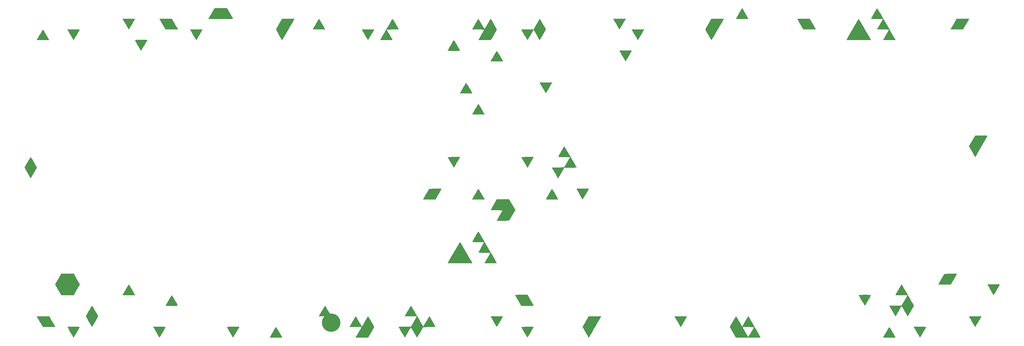
<source format=gts>
%TF.GenerationSoftware,KiCad,Pcbnew,(6.0.1-0)*%
%TF.CreationDate,2022-02-13T11:10:19+09:00*%
%TF.ProjectId,keyplate,6b657970-6c61-4746-952e-6b696361645f,rev?*%
%TF.SameCoordinates,Original*%
%TF.FileFunction,Soldermask,Top*%
%TF.FilePolarity,Negative*%
%FSLAX46Y46*%
G04 Gerber Fmt 4.6, Leading zero omitted, Abs format (unit mm)*
G04 Created by KiCad (PCBNEW (6.0.1-0)) date 2022-02-13 11:10:19*
%MOMM*%
%LPD*%
G01*
G04 APERTURE LIST*
%ADD10C,5.400000*%
G04 APERTURE END LIST*
%TO.C,G\u002A\u002A\u002A*%
G36*
X294097214Y-96340323D02*
G01*
X294593472Y-96348744D01*
X294955193Y-96362678D01*
X295180300Y-96382040D01*
X295266713Y-96406746D01*
X295267664Y-96409960D01*
X295233805Y-96489279D01*
X295140163Y-96669333D01*
X294998638Y-96929309D01*
X294821134Y-97248395D01*
X294619551Y-97605781D01*
X294405793Y-97980654D01*
X294191760Y-98352201D01*
X293989355Y-98699611D01*
X293810479Y-99002073D01*
X293667035Y-99238774D01*
X293570924Y-99388902D01*
X293541804Y-99427844D01*
X293455717Y-99484186D01*
X293383939Y-99427844D01*
X293315384Y-99324476D01*
X293194132Y-99125149D01*
X293031979Y-98850609D01*
X292840723Y-98521605D01*
X292632160Y-98158883D01*
X292418086Y-97783191D01*
X292210297Y-97415277D01*
X292020591Y-97075888D01*
X291860764Y-96785772D01*
X291742612Y-96565675D01*
X291677933Y-96436346D01*
X291669331Y-96412228D01*
X291733651Y-96386014D01*
X291928301Y-96365551D01*
X292255813Y-96350735D01*
X292718720Y-96341461D01*
X293319555Y-96337622D01*
X293468498Y-96337497D01*
X294097214Y-96340323D01*
G37*
G36*
X14509786Y-21600928D02*
G01*
X14619109Y-21780960D01*
X14778276Y-22049023D01*
X14977131Y-22387917D01*
X15205513Y-22780442D01*
X15400897Y-23118469D01*
X16285396Y-24653053D01*
X14453752Y-24653053D01*
X13962016Y-24651339D01*
X13520177Y-24646513D01*
X13146772Y-24639045D01*
X12860343Y-24629406D01*
X12679426Y-24618067D01*
X12622109Y-24606537D01*
X12656140Y-24520296D01*
X12750489Y-24338192D01*
X12893541Y-24079687D01*
X13073681Y-23764244D01*
X13279295Y-23411324D01*
X13498767Y-23040392D01*
X13720483Y-22670908D01*
X13932827Y-22322334D01*
X14124185Y-22014135D01*
X14282941Y-21765771D01*
X14397481Y-21596705D01*
X14456189Y-21526400D01*
X14460468Y-21526128D01*
X14509786Y-21600928D01*
G37*
G36*
X272329813Y-108827854D02*
G01*
X272772991Y-108833553D01*
X273147828Y-108842374D01*
X273435831Y-108853763D01*
X273618507Y-108867165D01*
X273677664Y-108881026D01*
X273643518Y-108960167D01*
X273548927Y-109139012D01*
X273405662Y-109397414D01*
X273225493Y-109715229D01*
X273020192Y-110072309D01*
X272801529Y-110448510D01*
X272581274Y-110823685D01*
X272371200Y-111177689D01*
X272183075Y-111490376D01*
X272028672Y-111741600D01*
X271919761Y-111911215D01*
X271868113Y-111979076D01*
X271867343Y-111979408D01*
X271815572Y-111926810D01*
X271706678Y-111769544D01*
X271552371Y-111526126D01*
X271364362Y-111215070D01*
X271154363Y-110854893D01*
X271137664Y-110825736D01*
X270908797Y-110425505D01*
X270686467Y-110036524D01*
X270487057Y-109687468D01*
X270326947Y-109407011D01*
X270231647Y-109239858D01*
X269995907Y-108825831D01*
X271836786Y-108825831D01*
X272329813Y-108827854D01*
G37*
G36*
X167456276Y-55863138D02*
G01*
X167501678Y-55925476D01*
X167609269Y-56096004D01*
X167770807Y-56360637D01*
X167978052Y-56705287D01*
X168222764Y-57115867D01*
X168496701Y-57578289D01*
X168791623Y-58078466D01*
X169099288Y-58602312D01*
X169411457Y-59135739D01*
X169719888Y-59664659D01*
X170016341Y-60174986D01*
X170292575Y-60652632D01*
X170540349Y-61083509D01*
X170751423Y-61453532D01*
X170917555Y-61748613D01*
X171030505Y-61954663D01*
X171082033Y-62057597D01*
X171084322Y-62065136D01*
X171018414Y-62079488D01*
X170829935Y-62092559D01*
X170537424Y-62103781D01*
X170159420Y-62112585D01*
X169714461Y-62118405D01*
X169273081Y-62120619D01*
X167456276Y-62123185D01*
X166574331Y-63671947D01*
X166332678Y-64093740D01*
X166113229Y-64471884D01*
X165925733Y-64789975D01*
X165779938Y-65031611D01*
X165685594Y-65180389D01*
X165653321Y-65221603D01*
X165608894Y-65163329D01*
X165504213Y-64998858D01*
X165349104Y-64744473D01*
X165153392Y-64416456D01*
X164926901Y-64031092D01*
X164718460Y-63672227D01*
X164474890Y-63249341D01*
X164256507Y-62867571D01*
X164072746Y-62543627D01*
X163933043Y-62294217D01*
X163846835Y-62136054D01*
X163822664Y-62085918D01*
X163890105Y-62075469D01*
X164079974Y-62064741D01*
X164373592Y-62054303D01*
X164752276Y-62044723D01*
X165197348Y-62036569D01*
X165626674Y-62031049D01*
X167430684Y-62012219D01*
X168270451Y-60565831D01*
X168506677Y-60156962D01*
X168717378Y-59788444D01*
X168892696Y-59477833D01*
X169022774Y-59242685D01*
X169097754Y-59100555D01*
X169112274Y-59066525D01*
X169045486Y-59051922D01*
X168856643Y-59038863D01*
X168564797Y-59027932D01*
X168189003Y-59019712D01*
X167748313Y-59014788D01*
X167385720Y-59013608D01*
X166794982Y-59011382D01*
X166336921Y-59004446D01*
X166003167Y-58992416D01*
X165785353Y-58974907D01*
X165675110Y-58951534D01*
X165657109Y-58934139D01*
X165691002Y-58843159D01*
X165784899Y-58655768D01*
X165927126Y-58391893D01*
X166106009Y-58071459D01*
X166309874Y-57714393D01*
X166527048Y-57340622D01*
X166745855Y-56970071D01*
X166954623Y-56622666D01*
X167141677Y-56318335D01*
X167295344Y-56077003D01*
X167403949Y-55918596D01*
X167455819Y-55863041D01*
X167456276Y-55863138D01*
G37*
G36*
X59971219Y-21480539D02*
G01*
X60430506Y-21487656D01*
X60799477Y-21498889D01*
X61064023Y-21513724D01*
X61210039Y-21531645D01*
X61234887Y-21543656D01*
X61201069Y-21621833D01*
X61107521Y-21800879D01*
X60966100Y-22060059D01*
X60788662Y-22378636D01*
X60587066Y-22735874D01*
X60373167Y-23111040D01*
X60158823Y-23483396D01*
X59955892Y-23832208D01*
X59776230Y-24136739D01*
X59631694Y-24376255D01*
X59534142Y-24530020D01*
X59502626Y-24573010D01*
X59426106Y-24622962D01*
X59351071Y-24564778D01*
X59308929Y-24502454D01*
X59186671Y-24302878D01*
X59023555Y-24027898D01*
X58831253Y-23698099D01*
X58621436Y-23334065D01*
X58405777Y-22956383D01*
X58195947Y-22585635D01*
X58003620Y-22242409D01*
X57840466Y-21947288D01*
X57718159Y-21720857D01*
X57648369Y-21583701D01*
X57636553Y-21553054D01*
X57699702Y-21526829D01*
X57891144Y-21506357D01*
X58213872Y-21491515D01*
X58670879Y-21482176D01*
X59265158Y-21478217D01*
X59435720Y-21478053D01*
X59971219Y-21480539D01*
G37*
G36*
X173345905Y-68257794D02*
G01*
X173788153Y-68261761D01*
X174161992Y-68267899D01*
X174448899Y-68275822D01*
X174630349Y-68285144D01*
X174688220Y-68294671D01*
X174654232Y-68372030D01*
X174559998Y-68548777D01*
X174417111Y-68805119D01*
X174237168Y-69121267D01*
X174031762Y-69477430D01*
X173812488Y-69853815D01*
X173590941Y-70230632D01*
X173378714Y-70588090D01*
X173187404Y-70906398D01*
X173028603Y-71165764D01*
X172913907Y-71346398D01*
X172854911Y-71428509D01*
X172850583Y-71431386D01*
X172801962Y-71372785D01*
X172693606Y-71207901D01*
X172535539Y-70953116D01*
X172337783Y-70624812D01*
X172110361Y-70239369D01*
X171907754Y-69890402D01*
X171665296Y-69468081D01*
X171448046Y-69086274D01*
X171265474Y-68761897D01*
X171127047Y-68511869D01*
X171042232Y-68353106D01*
X171019331Y-68302902D01*
X171086798Y-68290423D01*
X171276849Y-68279209D01*
X171570960Y-68269730D01*
X171950604Y-68262455D01*
X172397259Y-68257854D01*
X172853776Y-68256386D01*
X173345905Y-68257794D01*
G37*
G36*
X202924699Y-105733487D02*
G01*
X203213379Y-105736873D01*
X203396659Y-105742479D01*
X203455550Y-105749086D01*
X203430690Y-105815721D01*
X203345142Y-105983857D01*
X203210290Y-106233677D01*
X203037522Y-106545364D01*
X202838221Y-106899104D01*
X202623773Y-107275080D01*
X202405565Y-107653475D01*
X202194980Y-108014473D01*
X202003406Y-108338259D01*
X201842227Y-108605016D01*
X201722829Y-108794928D01*
X201656597Y-108888179D01*
X201648410Y-108894366D01*
X201603085Y-108835137D01*
X201497929Y-108669441D01*
X201342708Y-108413564D01*
X201147192Y-108083792D01*
X200921146Y-107696412D01*
X200706855Y-107324505D01*
X199808545Y-105756664D01*
X201616985Y-105737812D01*
X202107431Y-105733839D01*
X202549693Y-105732436D01*
X202924699Y-105733487D01*
G37*
G36*
X136922725Y-83974592D02*
G01*
X137029949Y-84154512D01*
X137190719Y-84428282D01*
X137396785Y-84781575D01*
X137639896Y-85200069D01*
X137911800Y-85669438D01*
X138204247Y-86175358D01*
X138508986Y-86703506D01*
X138817765Y-87239557D01*
X139122333Y-87769186D01*
X139414440Y-88278069D01*
X139685835Y-88751883D01*
X139928267Y-89176302D01*
X140133484Y-89537002D01*
X140293235Y-89819660D01*
X140399271Y-90009951D01*
X140443338Y-90093550D01*
X140443561Y-90094112D01*
X140439374Y-90117671D01*
X140400032Y-90137486D01*
X140314759Y-90153871D01*
X140172777Y-90167140D01*
X139963310Y-90177608D01*
X139675582Y-90185588D01*
X139298816Y-90191394D01*
X138822236Y-90195340D01*
X138235064Y-90197739D01*
X137526525Y-90198906D01*
X136836833Y-90199164D01*
X136023407Y-90197921D01*
X135297297Y-90194289D01*
X134666413Y-90188412D01*
X134138667Y-90180431D01*
X133721968Y-90170492D01*
X133424226Y-90158736D01*
X133253353Y-90145309D01*
X133213313Y-90133464D01*
X133263286Y-90031381D01*
X133374565Y-89827154D01*
X133539024Y-89534604D01*
X133748534Y-89167551D01*
X133994968Y-88739816D01*
X134270199Y-88265218D01*
X134566100Y-87757580D01*
X134874544Y-87230720D01*
X135187402Y-86698460D01*
X135496548Y-86174620D01*
X135793855Y-85673021D01*
X136071194Y-85207483D01*
X136320440Y-84791827D01*
X136533464Y-84439873D01*
X136702139Y-84165442D01*
X136818337Y-83982355D01*
X136873933Y-83904431D01*
X136877299Y-83902844D01*
X136922725Y-83974592D01*
G37*
G36*
X130697823Y-68270055D02*
G01*
X131046016Y-68277486D01*
X131279337Y-68291183D01*
X131406498Y-68311436D01*
X131437664Y-68333141D01*
X131403696Y-68413645D01*
X131308129Y-68598704D01*
X131160472Y-68870988D01*
X130970234Y-69213165D01*
X130746922Y-69607905D01*
X130546690Y-69957110D01*
X129655715Y-71501942D01*
X127830301Y-71501942D01*
X127339545Y-71499986D01*
X126898814Y-71494480D01*
X126526656Y-71485959D01*
X126241619Y-71474964D01*
X126062252Y-71462032D01*
X126006497Y-71449025D01*
X126040925Y-71375954D01*
X126136974Y-71197909D01*
X126285155Y-70931798D01*
X126475980Y-70594532D01*
X126699961Y-70203019D01*
X126907197Y-69843886D01*
X127806286Y-68291664D01*
X129621975Y-68272834D01*
X130226047Y-68268600D01*
X130697823Y-68270055D01*
G37*
G36*
X109889167Y-105780666D02*
G01*
X109991939Y-105942586D01*
X110140439Y-106187915D01*
X110323217Y-106496706D01*
X110528826Y-106849013D01*
X110745818Y-107224889D01*
X110962745Y-107604388D01*
X111168159Y-107967563D01*
X111350611Y-108294467D01*
X111498655Y-108565156D01*
X111600841Y-108759681D01*
X111645722Y-108858096D01*
X111646831Y-108864017D01*
X111612985Y-108943071D01*
X111517792Y-109126789D01*
X111370772Y-109397809D01*
X111181443Y-109738771D01*
X110959323Y-110132311D01*
X110766815Y-110469156D01*
X109886799Y-112000831D01*
X106167267Y-112000831D01*
X106307713Y-111771525D01*
X106405924Y-111607529D01*
X106549901Y-111362383D01*
X106727741Y-111056817D01*
X106927542Y-110711562D01*
X107137401Y-110347348D01*
X107345416Y-109984905D01*
X107539684Y-109644966D01*
X107708303Y-109348260D01*
X107839369Y-109115517D01*
X107920981Y-108967469D01*
X107942664Y-108923939D01*
X107875258Y-108916408D01*
X107685633Y-108909661D01*
X107392682Y-108903995D01*
X107015296Y-108899703D01*
X106572368Y-108897082D01*
X106178776Y-108896386D01*
X105696628Y-108894965D01*
X105264730Y-108890966D01*
X104901974Y-108884788D01*
X104627250Y-108876830D01*
X104459451Y-108867490D01*
X104414887Y-108859190D01*
X104448682Y-108784866D01*
X104542382Y-108610622D01*
X104684458Y-108356248D01*
X104863379Y-108041531D01*
X105067618Y-107686262D01*
X105285644Y-107310229D01*
X105505928Y-106933222D01*
X105716941Y-106575029D01*
X105907154Y-106255440D01*
X106065037Y-105994242D01*
X106179062Y-105811227D01*
X106237698Y-105726182D01*
X106242326Y-105722546D01*
X106287594Y-105781467D01*
X106392640Y-105946556D01*
X106547524Y-106201295D01*
X106742309Y-106529165D01*
X106967054Y-106913649D01*
X107157318Y-107243192D01*
X107429867Y-107715477D01*
X107642255Y-108076870D01*
X107803003Y-108339749D01*
X107920631Y-108516490D01*
X108003658Y-108619471D01*
X108060605Y-108661070D01*
X108099991Y-108653663D01*
X108115726Y-108635504D01*
X108174697Y-108539267D01*
X108292553Y-108339927D01*
X108458016Y-108056817D01*
X108659809Y-107709265D01*
X108886656Y-107316604D01*
X109002810Y-107114858D01*
X109233712Y-106716262D01*
X109442013Y-106362198D01*
X109617322Y-106069879D01*
X109749249Y-105856519D01*
X109827400Y-105739332D01*
X109843569Y-105722100D01*
X109889167Y-105780666D01*
G37*
G36*
X160273570Y-18456876D02*
G01*
X160377365Y-18610172D01*
X160527407Y-18847181D01*
X160712171Y-19148297D01*
X160920131Y-19493915D01*
X161139761Y-19864431D01*
X161359535Y-20240240D01*
X161567927Y-20601736D01*
X161753412Y-20929315D01*
X161904463Y-21203371D01*
X162009554Y-21404300D01*
X162057160Y-21512496D01*
X162058776Y-21521720D01*
X162024716Y-21603784D01*
X161930361Y-21785336D01*
X161787451Y-22046180D01*
X161607722Y-22366117D01*
X161402914Y-22724949D01*
X161184765Y-23102480D01*
X160965013Y-23478511D01*
X160755396Y-23832845D01*
X160567653Y-24145284D01*
X160413522Y-24395631D01*
X160304741Y-24563687D01*
X160253048Y-24629255D01*
X160252699Y-24629376D01*
X160191270Y-24581051D01*
X160083190Y-24436003D01*
X159948369Y-24221936D01*
X159900377Y-24139063D01*
X159761484Y-23895359D01*
X159572621Y-23565688D01*
X159354542Y-23186189D01*
X159127998Y-22793004D01*
X159028402Y-22620510D01*
X158445103Y-21611022D01*
X157580766Y-23111086D01*
X157339221Y-23526788D01*
X157118583Y-23899866D01*
X156929159Y-24213424D01*
X156781260Y-24450567D01*
X156685191Y-24594399D01*
X156653574Y-24630812D01*
X156602985Y-24577515D01*
X156493148Y-24417268D01*
X156334018Y-24166099D01*
X156135548Y-23840035D01*
X155907693Y-23455103D01*
X155691640Y-23081903D01*
X154792559Y-21513331D01*
X156608862Y-21494484D01*
X158425164Y-21475637D01*
X159299235Y-19958029D01*
X159541894Y-19539062D01*
X159763034Y-19161716D01*
X159952498Y-18842964D01*
X160100126Y-18599779D01*
X160195761Y-18449134D01*
X160227549Y-18406897D01*
X160273570Y-18456876D01*
G37*
G36*
X185924292Y-27688423D02*
G01*
X186364674Y-27692593D01*
X186738010Y-27699038D01*
X187024982Y-27707344D01*
X187206272Y-27717097D01*
X187262687Y-27726038D01*
X187237607Y-27792232D01*
X187152816Y-27960534D01*
X187019515Y-28211051D01*
X186848904Y-28523893D01*
X186652186Y-28879168D01*
X186440562Y-29256985D01*
X186225232Y-29637452D01*
X186017397Y-30000678D01*
X185828260Y-30326771D01*
X185669020Y-30595840D01*
X185550880Y-30787993D01*
X185485041Y-30883339D01*
X185484304Y-30884155D01*
X185436482Y-30841498D01*
X185329233Y-30691518D01*
X185172437Y-30449809D01*
X184975973Y-30131965D01*
X184749723Y-29753582D01*
X184540257Y-29394073D01*
X184297019Y-28968784D01*
X184079063Y-28581876D01*
X183895882Y-28250677D01*
X183756970Y-27992519D01*
X183671821Y-27824730D01*
X183648776Y-27766720D01*
X183696037Y-27739942D01*
X183843548Y-27719077D01*
X184099899Y-27703740D01*
X184473679Y-27693548D01*
X184973479Y-27688119D01*
X185436183Y-27686942D01*
X185924292Y-27688423D01*
G37*
G36*
X10876220Y-59051264D02*
G01*
X10988859Y-59215999D01*
X11150835Y-59470694D01*
X11351933Y-59798998D01*
X11581940Y-60184564D01*
X11788040Y-60537319D01*
X12682583Y-62082431D01*
X12554316Y-62294270D01*
X12481066Y-62418109D01*
X12350053Y-62642482D01*
X12173914Y-62945628D01*
X11965288Y-63305785D01*
X11736811Y-63701193D01*
X11673237Y-63811386D01*
X11447493Y-64200866D01*
X11243210Y-64549669D01*
X11071605Y-64838938D01*
X10943895Y-65049816D01*
X10871296Y-65163446D01*
X10861212Y-65176524D01*
X10801347Y-65148663D01*
X10694659Y-65021665D01*
X10561287Y-64820605D01*
X10521172Y-64753191D01*
X10389971Y-64526970D01*
X10207073Y-64210959D01*
X9991249Y-63837624D01*
X9761271Y-63439432D01*
X9607283Y-63172593D01*
X8974220Y-62075188D01*
X9863494Y-60534328D01*
X10108773Y-60113946D01*
X10333699Y-59737202D01*
X10528057Y-59420505D01*
X10681632Y-59180263D01*
X10784209Y-59032885D01*
X10823133Y-58992838D01*
X10876220Y-59051264D01*
G37*
G36*
X95479824Y-18413334D02*
G01*
X95556193Y-18529072D01*
X95678671Y-18729520D01*
X95851100Y-19021238D01*
X96077321Y-19410784D01*
X96361177Y-19904716D01*
X96706509Y-20509592D01*
X97063556Y-21137544D01*
X97296947Y-21548608D01*
X95458417Y-21548608D01*
X94965716Y-21547042D01*
X94522876Y-21542631D01*
X94148403Y-21535804D01*
X93860800Y-21526990D01*
X93678572Y-21516619D01*
X93619887Y-21505940D01*
X93653716Y-21430259D01*
X93747503Y-21254938D01*
X93889695Y-20999783D01*
X94068740Y-20684599D01*
X94273085Y-20329191D01*
X94491178Y-19953364D01*
X94711467Y-19576924D01*
X94922399Y-19219676D01*
X95112421Y-18901425D01*
X95269983Y-18641976D01*
X95383530Y-18461136D01*
X95441511Y-18378708D01*
X95445722Y-18375749D01*
X95479824Y-18413334D01*
G37*
G36*
X52239053Y-99537418D02*
G01*
X52292878Y-99602147D01*
X52403926Y-99769490D01*
X52560250Y-100019064D01*
X52749904Y-100330489D01*
X52960940Y-100683382D01*
X53181412Y-101057363D01*
X53399370Y-101432049D01*
X53602870Y-101787059D01*
X53779963Y-102102011D01*
X53918703Y-102356524D01*
X54007141Y-102530217D01*
X54033854Y-102599303D01*
X54004318Y-102627544D01*
X53904043Y-102649505D01*
X53720222Y-102665817D01*
X53440046Y-102677107D01*
X53050707Y-102684006D01*
X52539397Y-102687143D01*
X52239053Y-102687497D01*
X51635646Y-102685376D01*
X51164965Y-102678768D01*
X50818685Y-102667306D01*
X50588481Y-102650620D01*
X50466027Y-102628345D01*
X50439887Y-102608028D01*
X50473780Y-102517000D01*
X50567676Y-102329586D01*
X50709901Y-102065708D01*
X50888783Y-101745290D01*
X51092646Y-101388255D01*
X51309818Y-101014527D01*
X51528624Y-100644030D01*
X51737391Y-100296686D01*
X51924445Y-99992420D01*
X52078112Y-99751154D01*
X52186719Y-99592812D01*
X52238591Y-99537318D01*
X52239053Y-99537418D01*
G37*
G36*
X39238677Y-18386472D02*
G01*
X39668344Y-18390035D01*
X41476783Y-18408886D01*
X40578474Y-19976728D01*
X40333759Y-20401043D01*
X40111016Y-20781943D01*
X39920021Y-21103139D01*
X39770548Y-21348346D01*
X39672373Y-21501276D01*
X39636278Y-21546589D01*
X39590601Y-21488578D01*
X39484861Y-21324241D01*
X39328900Y-21069830D01*
X39132562Y-20741596D01*
X38905693Y-20355791D01*
X38694412Y-19991631D01*
X38452174Y-19568364D01*
X38237160Y-19186381D01*
X38058408Y-18862263D01*
X37924957Y-18612585D01*
X37845848Y-18453928D01*
X37828169Y-18402919D01*
X37904453Y-18395037D01*
X38102740Y-18389318D01*
X38403936Y-18385895D01*
X38788947Y-18384902D01*
X39238677Y-18386472D01*
G37*
G36*
X39664460Y-96399404D02*
G01*
X39727989Y-96488437D01*
X39844576Y-96675707D01*
X40002872Y-96941118D01*
X40191530Y-97264575D01*
X40399201Y-97625986D01*
X40614538Y-98005254D01*
X40826192Y-98382286D01*
X41022816Y-98736987D01*
X41193061Y-99049263D01*
X41325579Y-99299019D01*
X41409023Y-99466161D01*
X41432494Y-99530136D01*
X41356104Y-99544488D01*
X41157752Y-99557361D01*
X40856585Y-99568203D01*
X40471749Y-99576460D01*
X40022392Y-99581580D01*
X39600271Y-99583053D01*
X39036071Y-99581853D01*
X38598846Y-99577753D01*
X38274477Y-99570001D01*
X38048845Y-99557847D01*
X37907832Y-99540539D01*
X37837316Y-99517327D01*
X37822908Y-99488505D01*
X37870066Y-99376928D01*
X37975115Y-99174134D01*
X38126485Y-98899530D01*
X38312606Y-98572526D01*
X38521907Y-98212531D01*
X38742818Y-97838952D01*
X38963767Y-97471200D01*
X39173186Y-97128682D01*
X39359502Y-96830807D01*
X39511147Y-96596985D01*
X39616549Y-96446624D01*
X39664138Y-96399132D01*
X39664460Y-96399404D01*
G37*
G36*
X97294988Y-102701990D02*
G01*
X97401811Y-102868051D01*
X97554506Y-103116629D01*
X97741312Y-103427546D01*
X97950471Y-103780628D01*
X98170222Y-104155696D01*
X98388806Y-104532573D01*
X98594462Y-104891084D01*
X98775432Y-105211050D01*
X98919955Y-105472296D01*
X99016272Y-105654644D01*
X99052623Y-105737917D01*
X99052664Y-105738768D01*
X98985193Y-105753013D01*
X98795111Y-105765817D01*
X98500916Y-105776645D01*
X98121105Y-105784964D01*
X97674176Y-105790238D01*
X97212832Y-105791942D01*
X95372999Y-105791942D01*
X95642971Y-105312956D01*
X96066925Y-104564482D01*
X96425274Y-103939858D01*
X96718510Y-103438264D01*
X96947125Y-103058878D01*
X97111613Y-102800877D01*
X97212464Y-102663439D01*
X97245796Y-102638624D01*
X97294988Y-102701990D01*
G37*
G36*
X253898150Y-18434044D02*
G01*
X254003539Y-18603137D01*
X254164891Y-18870401D01*
X254375048Y-19223742D01*
X254626846Y-19651066D01*
X254913124Y-20140278D01*
X255226722Y-20679285D01*
X255513944Y-21175403D01*
X255852941Y-21762254D01*
X256176434Y-22322249D01*
X256476280Y-22841289D01*
X256744332Y-23305275D01*
X256972447Y-23700111D01*
X257152478Y-24011696D01*
X257276280Y-24225934D01*
X257327842Y-24315125D01*
X257523297Y-24653053D01*
X253888258Y-24653053D01*
X253186952Y-24652263D01*
X252530165Y-24649994D01*
X251931055Y-24646399D01*
X251402784Y-24641630D01*
X250958510Y-24635838D01*
X250611395Y-24629176D01*
X250374599Y-24621795D01*
X250261281Y-24613849D01*
X250253220Y-24611047D01*
X250287276Y-24540504D01*
X250384041Y-24362835D01*
X250535409Y-24092072D01*
X250733273Y-23742245D01*
X250969529Y-23327385D01*
X251236069Y-22861521D01*
X251524788Y-22358685D01*
X251827580Y-21832907D01*
X252136339Y-21298217D01*
X252442959Y-20768646D01*
X252739334Y-20258225D01*
X253017358Y-19780983D01*
X253268926Y-19350953D01*
X253485931Y-18982163D01*
X253660268Y-18688645D01*
X253783829Y-18484429D01*
X253848511Y-18383545D01*
X253855888Y-18375218D01*
X253898150Y-18434044D01*
G37*
G36*
X149451834Y-71378273D02*
G01*
X151273503Y-71396108D01*
X152187268Y-72975399D01*
X153101034Y-74554689D01*
X152196743Y-76115121D01*
X151292453Y-77675553D01*
X149436935Y-77694376D01*
X147581417Y-77713200D01*
X147829950Y-77271043D01*
X147949764Y-77059738D01*
X148122479Y-76757593D01*
X148330184Y-76395822D01*
X148554965Y-76005642D01*
X148711177Y-75735275D01*
X149343872Y-74641664D01*
X147582497Y-74622803D01*
X147017079Y-74615270D01*
X146579653Y-74605699D01*
X146257101Y-74593273D01*
X146036311Y-74577176D01*
X145904165Y-74556589D01*
X145847550Y-74530696D01*
X145843698Y-74514480D01*
X145883894Y-74430854D01*
X145985053Y-74242756D01*
X146137357Y-73967790D01*
X146330989Y-73623559D01*
X146556130Y-73227666D01*
X146748220Y-72892727D01*
X147630164Y-71360437D01*
X149451834Y-71378273D01*
G37*
G36*
X136320172Y-58954027D02*
G01*
X136607702Y-58956643D01*
X136789714Y-58961343D01*
X136847416Y-58967063D01*
X136821379Y-59032486D01*
X136734854Y-59199564D01*
X136599216Y-59448513D01*
X136425841Y-59759548D01*
X136226104Y-60112883D01*
X136011381Y-60488734D01*
X135793048Y-60867315D01*
X135582480Y-61228841D01*
X135391052Y-61553528D01*
X135230141Y-61821589D01*
X135111122Y-62013241D01*
X135045370Y-62108697D01*
X135037072Y-62115721D01*
X134993683Y-62056396D01*
X134890404Y-61890597D01*
X134736912Y-61634619D01*
X134542887Y-61304756D01*
X134318006Y-60917306D01*
X134104678Y-60545860D01*
X133208636Y-58978331D01*
X135014808Y-58959479D01*
X135504692Y-58955367D01*
X135946158Y-58953576D01*
X136320172Y-58954027D01*
G37*
G36*
X135037316Y-24679051D02*
G01*
X135116159Y-24760900D01*
X135236197Y-24928856D01*
X135403430Y-25192029D01*
X135623859Y-25559530D01*
X135903484Y-26040468D01*
X135970859Y-26157724D01*
X136214512Y-26584392D01*
X136433116Y-26970866D01*
X136617308Y-27300296D01*
X136757727Y-27555831D01*
X136845011Y-27720621D01*
X136870442Y-27776994D01*
X136802975Y-27790692D01*
X136612925Y-27803001D01*
X136318815Y-27813406D01*
X135939171Y-27821392D01*
X135492518Y-27826442D01*
X135035998Y-27828053D01*
X134543868Y-27826598D01*
X134101621Y-27822501D01*
X133727781Y-27816161D01*
X133440874Y-27807977D01*
X133259424Y-27798348D01*
X133201553Y-27788507D01*
X133235335Y-27716326D01*
X133328924Y-27542674D01*
X133470686Y-27287768D01*
X133648986Y-26971826D01*
X133852190Y-26615067D01*
X134068664Y-26237708D01*
X134286773Y-25859969D01*
X134494883Y-25502066D01*
X134681359Y-25184218D01*
X134834567Y-24926643D01*
X134942872Y-24749560D01*
X134993667Y-24674200D01*
X135037316Y-24679051D01*
G37*
G36*
X240377370Y-19901052D02*
G01*
X240619823Y-20322619D01*
X240838588Y-20704414D01*
X241023862Y-21029214D01*
X241165841Y-21279791D01*
X241254719Y-21438921D01*
X241280905Y-21488552D01*
X241219920Y-21504630D01*
X241036023Y-21519083D01*
X240747410Y-21531309D01*
X240372278Y-21540706D01*
X239928822Y-21546670D01*
X239467212Y-21548608D01*
X237630000Y-21548608D01*
X237351949Y-21072358D01*
X236969828Y-20415866D01*
X236637730Y-19841221D01*
X236359460Y-19355148D01*
X236138818Y-18964374D01*
X235979609Y-18675626D01*
X235885634Y-18495629D01*
X235859887Y-18433152D01*
X235927340Y-18417112D01*
X236117296Y-18402708D01*
X236411150Y-18390549D01*
X236790300Y-18381244D01*
X237236139Y-18375402D01*
X237678620Y-18373608D01*
X239497354Y-18373608D01*
X240377370Y-19901052D01*
G37*
G36*
X219709894Y-15355737D02*
G01*
X219816918Y-15521470D01*
X219969780Y-15769731D01*
X220156713Y-16080341D01*
X220365948Y-16433123D01*
X220585717Y-16807902D01*
X220804252Y-17184501D01*
X221009784Y-17542742D01*
X221190547Y-17862449D01*
X221334770Y-18123446D01*
X221430687Y-18305554D01*
X221466529Y-18388599D01*
X221466553Y-18389258D01*
X221399083Y-18403972D01*
X221209009Y-18417197D01*
X220914835Y-18428380D01*
X220535065Y-18436969D01*
X220088203Y-18442411D01*
X219628023Y-18444164D01*
X217789493Y-18444164D01*
X218022884Y-18033100D01*
X218411566Y-17349851D01*
X218736764Y-16781363D01*
X219003590Y-16319079D01*
X219217157Y-15954443D01*
X219382579Y-15678900D01*
X219504966Y-15483894D01*
X219589434Y-15360869D01*
X219641093Y-15301268D01*
X219660477Y-15292706D01*
X219709894Y-15355737D01*
G37*
G36*
X49094054Y-108828046D02*
G01*
X49536892Y-108834287D01*
X49911364Y-108843947D01*
X50198967Y-108856418D01*
X50381198Y-108871091D01*
X50439887Y-108886202D01*
X50405697Y-108966792D01*
X50310997Y-109146835D01*
X50167588Y-109406152D01*
X49987271Y-109724563D01*
X49781846Y-110081887D01*
X49563117Y-110457946D01*
X49342883Y-110832558D01*
X49132947Y-111185545D01*
X48945109Y-111496725D01*
X48791172Y-111745920D01*
X48682936Y-111912949D01*
X48632203Y-111977633D01*
X48631945Y-111977719D01*
X48579520Y-111925027D01*
X48470171Y-111767558D01*
X48315611Y-111523826D01*
X48127551Y-111212349D01*
X47917706Y-110851642D01*
X47899887Y-110820440D01*
X47671525Y-110419980D01*
X47449875Y-110031256D01*
X47251195Y-109682781D01*
X47091743Y-109403070D01*
X46996217Y-109235458D01*
X46762826Y-108825831D01*
X48601356Y-108825831D01*
X49094054Y-108828046D01*
G37*
G36*
X23904181Y-21479758D02*
G01*
X24347280Y-21484563D01*
X24722031Y-21491999D01*
X25009939Y-21501599D01*
X25192509Y-21512896D01*
X25251553Y-21524568D01*
X25217712Y-21601296D01*
X25123899Y-21777583D01*
X24981681Y-22033583D01*
X24802626Y-22349452D01*
X24598300Y-22705345D01*
X24380270Y-23081416D01*
X24160103Y-23457820D01*
X23949367Y-23814712D01*
X23759628Y-24132247D01*
X23602453Y-24390580D01*
X23489409Y-24569866D01*
X23432063Y-24650260D01*
X23428269Y-24652725D01*
X23381718Y-24594111D01*
X23275164Y-24429415D01*
X23118610Y-24175078D01*
X22922057Y-23847538D01*
X22695509Y-23463237D01*
X22499887Y-23126826D01*
X22256841Y-22705604D01*
X22037554Y-22324017D01*
X21851859Y-21999301D01*
X21709588Y-21748693D01*
X21620575Y-21589429D01*
X21594424Y-21539653D01*
X21655406Y-21523023D01*
X21839703Y-21508134D01*
X22129522Y-21495591D01*
X22507070Y-21485997D01*
X22954556Y-21479955D01*
X23411229Y-21478053D01*
X23904181Y-21479758D01*
G37*
G36*
X256425465Y-99443387D02*
G01*
X256802106Y-99449219D01*
X257115132Y-99458608D01*
X257341799Y-99471663D01*
X257459361Y-99488489D01*
X257470321Y-99494858D01*
X257442665Y-99563583D01*
X257355149Y-99734144D01*
X257219120Y-99986552D01*
X257045925Y-100300816D01*
X256846911Y-100656945D01*
X256633426Y-101034950D01*
X256416816Y-101414839D01*
X256208429Y-101776622D01*
X256019611Y-102100309D01*
X255861709Y-102365909D01*
X255746072Y-102553431D01*
X255684045Y-102642887D01*
X255682537Y-102644443D01*
X255638346Y-102596524D01*
X255534101Y-102441768D01*
X255379565Y-102195967D01*
X255184503Y-101874914D01*
X254958677Y-101494402D01*
X254747676Y-101132287D01*
X254503608Y-100707373D01*
X254284840Y-100321415D01*
X254100863Y-99991573D01*
X253961166Y-99735007D01*
X253875239Y-99568875D01*
X253851553Y-99511929D01*
X253918306Y-99493163D01*
X254103402Y-99477096D01*
X254384095Y-99463835D01*
X254737641Y-99453489D01*
X255141296Y-99446163D01*
X255572315Y-99441966D01*
X256007953Y-99441005D01*
X256425465Y-99443387D01*
G37*
G36*
X285400942Y-18388582D02*
G01*
X285773769Y-18393958D01*
X286059198Y-18402893D01*
X286239120Y-18414999D01*
X286295744Y-18429327D01*
X286255261Y-18504106D01*
X286153974Y-18683882D01*
X286001684Y-18951474D01*
X285808193Y-19289703D01*
X285583299Y-19681387D01*
X285389887Y-20017297D01*
X284507942Y-21547180D01*
X282652885Y-21547894D01*
X280797827Y-21548608D01*
X280971802Y-21248747D01*
X281060419Y-21095674D01*
X281205648Y-20844423D01*
X281393595Y-20519051D01*
X281610364Y-20143613D01*
X281842061Y-19742167D01*
X281878576Y-19678886D01*
X282611374Y-18408886D01*
X284465516Y-18390063D01*
X284958821Y-18387155D01*
X285400942Y-18388582D01*
G37*
G36*
X216033776Y-108867324D02*
G01*
X216067513Y-108791100D01*
X216161058Y-108615134D01*
X216302909Y-108359229D01*
X216481564Y-108043186D01*
X216685522Y-107686807D01*
X216903281Y-107309894D01*
X217123340Y-106932250D01*
X217334198Y-106573676D01*
X217524352Y-106253973D01*
X217682301Y-105992945D01*
X217796544Y-105810393D01*
X217855579Y-105726118D01*
X217860252Y-105722716D01*
X217905756Y-105781706D01*
X218010961Y-105946899D01*
X218165925Y-106201770D01*
X218360708Y-106529794D01*
X218585368Y-106914446D01*
X218775580Y-107244256D01*
X219047762Y-107716507D01*
X219259826Y-108077875D01*
X219420306Y-108340762D01*
X219537739Y-108517569D01*
X219620661Y-108620698D01*
X219677607Y-108662549D01*
X219717112Y-108655524D01*
X219733781Y-108636399D01*
X219792796Y-108539822D01*
X219910509Y-108340071D01*
X220075659Y-108056521D01*
X220276983Y-107708544D01*
X220503217Y-107315513D01*
X220618317Y-107114858D01*
X220848618Y-106716092D01*
X221056626Y-106361966D01*
X221231928Y-106069711D01*
X221364116Y-105856561D01*
X221442779Y-105739747D01*
X221459283Y-105722788D01*
X221503715Y-105781934D01*
X221609328Y-105948789D01*
X221767263Y-106208562D01*
X221968663Y-106546458D01*
X222204671Y-106947686D01*
X222466429Y-107397451D01*
X222589344Y-107610150D01*
X222904086Y-108155940D01*
X223235917Y-108731305D01*
X223567232Y-109305725D01*
X223880428Y-109848681D01*
X224157903Y-110329656D01*
X224377191Y-110709705D01*
X224589216Y-111084501D01*
X224770828Y-111419795D01*
X224912027Y-111695918D01*
X225002815Y-111893200D01*
X225033193Y-111991972D01*
X225031764Y-111997344D01*
X225014633Y-112012036D01*
X224976532Y-112024532D01*
X224908102Y-112034868D01*
X224799980Y-112043081D01*
X224642806Y-112049209D01*
X224427220Y-112053288D01*
X224143860Y-112055354D01*
X223783365Y-112055446D01*
X223336375Y-112053599D01*
X222793529Y-112049851D01*
X222145465Y-112044238D01*
X221382824Y-112036798D01*
X220496243Y-112027567D01*
X219655981Y-112018533D01*
X217810132Y-111998512D01*
X216921954Y-110456672D01*
X216679590Y-110034129D01*
X216462421Y-109652043D01*
X216279909Y-109327345D01*
X216141516Y-109076967D01*
X216060964Y-108925834D01*
X219790809Y-108925834D01*
X219815528Y-108993217D01*
X219902168Y-109165171D01*
X220041374Y-109424479D01*
X220223793Y-109753924D01*
X220440072Y-110136288D01*
X220594696Y-110405595D01*
X220831091Y-110808742D01*
X221046324Y-111163939D01*
X221230072Y-111455109D01*
X221372015Y-111666176D01*
X221461831Y-111781065D01*
X221487602Y-111796337D01*
X221537790Y-111721106D01*
X221647272Y-111541418D01*
X221805355Y-111275346D01*
X222001345Y-110940965D01*
X222224550Y-110556349D01*
X222351836Y-110335517D01*
X223159103Y-108931664D01*
X221490982Y-108912723D01*
X221020484Y-108908695D01*
X220598676Y-108907592D01*
X220245482Y-108909263D01*
X219980826Y-108913553D01*
X219824631Y-108920308D01*
X219790809Y-108925834D01*
X216060964Y-108925834D01*
X216056703Y-108917839D01*
X216033776Y-108867324D01*
G37*
G36*
X138655834Y-37182318D02*
G01*
X138762431Y-37327143D01*
X138914123Y-37556817D01*
X139099519Y-37851905D01*
X139307231Y-38192975D01*
X139525871Y-38560591D01*
X139744049Y-38935320D01*
X139950376Y-39297729D01*
X140133463Y-39628382D01*
X140281922Y-39907848D01*
X140384363Y-40116690D01*
X140429398Y-40235476D01*
X140429033Y-40253054D01*
X140350530Y-40270815D01*
X140154285Y-40285684D01*
X139863620Y-40297606D01*
X139501855Y-40306528D01*
X139092312Y-40312394D01*
X138658310Y-40315149D01*
X138223171Y-40314739D01*
X137810215Y-40311110D01*
X137442764Y-40304207D01*
X137144138Y-40293974D01*
X136937658Y-40280358D01*
X136846645Y-40263304D01*
X136844818Y-40261450D01*
X136870565Y-40190959D01*
X136956251Y-40018839D01*
X137090507Y-39765232D01*
X137261966Y-39450278D01*
X137459260Y-39094117D01*
X137671019Y-38716889D01*
X137885875Y-38338736D01*
X138092461Y-37979798D01*
X138279407Y-37660215D01*
X138435346Y-37400128D01*
X138548909Y-37219678D01*
X138605719Y-37141776D01*
X138655834Y-37182318D01*
G37*
G36*
X117083651Y-18431841D02*
G01*
X117183575Y-18592335D01*
X117330672Y-18835617D01*
X117513363Y-19141913D01*
X117720067Y-19491451D01*
X117939203Y-19864457D01*
X118159190Y-20241159D01*
X118368448Y-20601784D01*
X118555397Y-20926560D01*
X118708456Y-21195713D01*
X118816044Y-21389470D01*
X118866580Y-21488058D01*
X118867016Y-21489142D01*
X118806209Y-21505348D01*
X118622822Y-21519872D01*
X118335382Y-21532085D01*
X117962416Y-21541353D01*
X117522452Y-21547048D01*
X117120766Y-21548608D01*
X116637780Y-21550111D01*
X116205011Y-21554339D01*
X115841321Y-21560872D01*
X115565569Y-21569289D01*
X115396616Y-21579171D01*
X115350998Y-21588062D01*
X115384836Y-21657804D01*
X115479732Y-21831860D01*
X115625759Y-22092583D01*
X115812990Y-22422332D01*
X116031498Y-22803460D01*
X116164205Y-23033419D01*
X116398854Y-23440601D01*
X116610574Y-23810872D01*
X116788767Y-24125460D01*
X116922831Y-24365593D01*
X117002169Y-24512501D01*
X117018420Y-24546187D01*
X117016969Y-24578803D01*
X116974587Y-24604135D01*
X116876312Y-24623074D01*
X116707183Y-24636508D01*
X116452238Y-24645328D01*
X116096516Y-24650423D01*
X115625055Y-24652682D01*
X115221043Y-24653053D01*
X113382657Y-24653053D01*
X114268727Y-23118469D01*
X114576367Y-22585546D01*
X114928665Y-21975060D01*
X115299833Y-21331715D01*
X115664078Y-20700215D01*
X115995611Y-20125264D01*
X116080076Y-19978747D01*
X116328743Y-19549730D01*
X116554943Y-19163983D01*
X116749068Y-18837524D01*
X116901511Y-18586374D01*
X117002666Y-18426553D01*
X117042482Y-18373906D01*
X117083651Y-18431841D01*
G37*
G36*
X122487104Y-102718295D02*
G01*
X122597748Y-102886649D01*
X122764249Y-103154037D01*
X122979543Y-103508710D01*
X123236565Y-103938919D01*
X123528249Y-104432916D01*
X123847529Y-104978952D01*
X124187341Y-105565279D01*
X124216343Y-105615553D01*
X124558360Y-106208517D01*
X124880012Y-106765924D01*
X125174203Y-107275491D01*
X125433836Y-107724938D01*
X125651814Y-108101986D01*
X125821040Y-108394352D01*
X125934417Y-108589758D01*
X125984849Y-108675921D01*
X125985717Y-108677346D01*
X126030329Y-108668415D01*
X126121460Y-108563598D01*
X126263187Y-108356694D01*
X126459589Y-108041503D01*
X126714742Y-107611825D01*
X126925147Y-107248893D01*
X127167232Y-106830799D01*
X127386768Y-106456366D01*
X127573890Y-106142042D01*
X127718730Y-105904270D01*
X127811423Y-105759495D01*
X127841393Y-105721684D01*
X127883568Y-105779572D01*
X127984240Y-105940213D01*
X128131878Y-106183850D01*
X128314948Y-106490729D01*
X128521919Y-106841093D01*
X128741256Y-107215189D01*
X128961427Y-107593260D01*
X129170900Y-107955552D01*
X129358142Y-108282309D01*
X129511619Y-108553775D01*
X129619800Y-108750197D01*
X129671150Y-108851817D01*
X129673776Y-108860486D01*
X129606331Y-108870242D01*
X129416437Y-108880346D01*
X129122752Y-108890259D01*
X128743934Y-108899439D01*
X128298642Y-108907346D01*
X127865569Y-108912834D01*
X126057363Y-108931664D01*
X125170574Y-110466247D01*
X124926838Y-110885279D01*
X124705413Y-111260706D01*
X124516213Y-111576148D01*
X124369150Y-111815222D01*
X124274136Y-111961545D01*
X124242064Y-112000831D01*
X124196840Y-111942301D01*
X124091649Y-111777710D01*
X123936460Y-111523559D01*
X123741245Y-111196347D01*
X123515973Y-110812573D01*
X123326458Y-110485701D01*
X123051983Y-110012388D01*
X122837778Y-109650237D01*
X122675509Y-109387098D01*
X122556843Y-109210822D01*
X122473446Y-109109259D01*
X122416987Y-109070257D01*
X122379131Y-109081668D01*
X122370739Y-109092229D01*
X122312925Y-109186803D01*
X122196151Y-109384571D01*
X122031630Y-109666299D01*
X121830572Y-110012754D01*
X121604190Y-110404703D01*
X121487518Y-110607358D01*
X121256420Y-111006050D01*
X121047645Y-111360245D01*
X120871636Y-111652714D01*
X120738838Y-111866223D01*
X120659694Y-111983541D01*
X120642972Y-112000831D01*
X120597418Y-111942294D01*
X120491707Y-111777550D01*
X120335712Y-111522902D01*
X120139305Y-111194649D01*
X119912359Y-110809092D01*
X119704015Y-110450560D01*
X119460446Y-110027675D01*
X119242062Y-109645905D01*
X119058301Y-109321960D01*
X118918598Y-109072551D01*
X118832391Y-108914387D01*
X118808220Y-108864252D01*
X118875669Y-108853829D01*
X119065593Y-108843128D01*
X119359361Y-108832713D01*
X119738338Y-108823147D01*
X120183892Y-108814994D01*
X120621428Y-108809383D01*
X122434636Y-108790553D01*
X123299633Y-107291247D01*
X124164629Y-105791942D01*
X122403647Y-105791942D01*
X121834291Y-105790385D01*
X121393098Y-105785284D01*
X121067149Y-105775988D01*
X120843527Y-105761850D01*
X120709312Y-105742221D01*
X120651585Y-105716453D01*
X120647036Y-105703747D01*
X120682904Y-105614460D01*
X120779200Y-105427801D01*
X120923993Y-105164022D01*
X121105357Y-104843376D01*
X121311360Y-104486118D01*
X121530075Y-104112498D01*
X121749573Y-103742770D01*
X121957924Y-103397187D01*
X122143200Y-103096002D01*
X122293471Y-102859467D01*
X122396809Y-102707836D01*
X122439385Y-102660723D01*
X122487104Y-102718295D01*
G37*
G36*
X147259126Y-105734277D02*
G01*
X147687104Y-105737812D01*
X149493748Y-105756664D01*
X148627049Y-107257905D01*
X148383812Y-107677115D01*
X148160956Y-108057204D01*
X147969015Y-108380526D01*
X147818525Y-108629433D01*
X147720020Y-108786278D01*
X147687155Y-108832340D01*
X147633480Y-108807786D01*
X147526471Y-108675701D01*
X147363516Y-108432086D01*
X147142002Y-108072945D01*
X146859315Y-107594279D01*
X146714810Y-107344648D01*
X146472530Y-106920738D01*
X146257483Y-106538069D01*
X146078682Y-106213213D01*
X145945144Y-105962741D01*
X145865882Y-105803225D01*
X145848060Y-105751361D01*
X145924533Y-105743296D01*
X146122989Y-105737414D01*
X146424315Y-105733856D01*
X146809398Y-105732763D01*
X147259126Y-105734277D01*
G37*
G36*
X162556077Y-37073068D02*
G01*
X162996251Y-37079373D01*
X163366996Y-37089132D01*
X163650132Y-37101734D01*
X163827478Y-37116565D01*
X163881461Y-37132034D01*
X163829890Y-37235533D01*
X163721182Y-37433303D01*
X163566965Y-37705571D01*
X163378868Y-38032563D01*
X163168520Y-38394505D01*
X162947550Y-38771624D01*
X162727586Y-39144145D01*
X162520258Y-39492295D01*
X162337193Y-39796301D01*
X162190023Y-40036388D01*
X162090373Y-40192783D01*
X162050253Y-40245831D01*
X162003098Y-40187248D01*
X161896076Y-40022415D01*
X161739148Y-39767706D01*
X161542276Y-39439494D01*
X161315419Y-39054151D01*
X161112754Y-38704846D01*
X160870296Y-38282526D01*
X160653046Y-37900718D01*
X160470474Y-37576341D01*
X160332047Y-37326313D01*
X160247232Y-37167551D01*
X160224331Y-37117346D01*
X160291803Y-37104886D01*
X160481889Y-37093687D01*
X160776093Y-37084215D01*
X161155920Y-37076937D01*
X161602876Y-37072323D01*
X162064655Y-37070831D01*
X162556077Y-37073068D01*
G37*
G36*
X17159091Y-107271656D02*
G01*
X17402676Y-107694613D01*
X17621070Y-108076529D01*
X17804837Y-108400680D01*
X17944538Y-108650339D01*
X18030734Y-108808780D01*
X18054887Y-108859156D01*
X17987422Y-108869152D01*
X17797388Y-108878133D01*
X17503326Y-108885724D01*
X17123776Y-108891545D01*
X16677280Y-108895222D01*
X16223554Y-108896386D01*
X14392222Y-108896386D01*
X14116732Y-108420136D01*
X13750840Y-107787228D01*
X13449833Y-107265608D01*
X13207640Y-106844588D01*
X13018189Y-106513481D01*
X12875409Y-106261602D01*
X12773229Y-106078264D01*
X12705578Y-105952779D01*
X12666385Y-105874462D01*
X12653696Y-105844858D01*
X12647293Y-105807365D01*
X12670189Y-105778314D01*
X12737817Y-105756637D01*
X12865612Y-105741264D01*
X13069008Y-105731124D01*
X13363440Y-105725148D01*
X13764342Y-105722266D01*
X14287149Y-105721409D01*
X14435154Y-105721386D01*
X16263296Y-105721386D01*
X17159091Y-107271656D01*
G37*
G36*
X110344966Y-21480290D02*
G01*
X110785140Y-21486595D01*
X111155885Y-21496354D01*
X111439021Y-21508956D01*
X111616366Y-21523787D01*
X111670350Y-21539257D01*
X111619525Y-21640935D01*
X111511512Y-21837233D01*
X111357926Y-22108374D01*
X111170382Y-22434577D01*
X110960497Y-22796065D01*
X110739885Y-23173057D01*
X110520163Y-23545776D01*
X110312946Y-23894442D01*
X110129850Y-24199277D01*
X109982491Y-24440501D01*
X109882484Y-24598336D01*
X109841693Y-24653053D01*
X109795244Y-24594481D01*
X109688832Y-24429665D01*
X109532376Y-24174951D01*
X109335797Y-23846684D01*
X109109014Y-23461212D01*
X108904195Y-23108221D01*
X108661390Y-22685609D01*
X108443776Y-22303736D01*
X108260805Y-21979443D01*
X108121930Y-21729572D01*
X108036603Y-21570965D01*
X108013220Y-21520721D01*
X108080692Y-21509292D01*
X108270778Y-21499018D01*
X108564983Y-21490330D01*
X108944811Y-21483655D01*
X109391768Y-21479422D01*
X109853544Y-21478053D01*
X110344966Y-21480290D01*
G37*
G36*
X147682652Y-27833391D02*
G01*
X147787098Y-27989909D01*
X147938706Y-28229463D01*
X148125772Y-28532471D01*
X148336587Y-28879356D01*
X148559447Y-29250536D01*
X148782645Y-29626433D01*
X148994475Y-29987465D01*
X149183231Y-30314055D01*
X149337208Y-30586621D01*
X149444698Y-30785585D01*
X149488127Y-30875595D01*
X149427134Y-30890816D01*
X149243214Y-30904501D01*
X148954548Y-30916080D01*
X148579317Y-30924985D01*
X148135703Y-30930644D01*
X147671322Y-30932497D01*
X147178372Y-30930484D01*
X146735274Y-30924813D01*
X146360523Y-30916036D01*
X146072615Y-30904704D01*
X145890044Y-30891369D01*
X145830998Y-30877592D01*
X145865116Y-30797591D01*
X145959625Y-30617894D01*
X146102752Y-30358693D01*
X146282729Y-30040178D01*
X146487785Y-29682540D01*
X146706148Y-29305969D01*
X146926049Y-28930657D01*
X147135718Y-28576794D01*
X147323383Y-28264572D01*
X147477274Y-28014180D01*
X147585621Y-27845810D01*
X147636653Y-27779652D01*
X147637074Y-27779489D01*
X147682652Y-27833391D01*
G37*
G36*
X142234935Y-68351991D02*
G01*
X142314436Y-68434134D01*
X142435574Y-68603006D01*
X142604409Y-68867730D01*
X142826999Y-69237430D01*
X143109403Y-69721229D01*
X143149887Y-69791353D01*
X143393062Y-70214973D01*
X143612390Y-70600822D01*
X143798027Y-70931274D01*
X143940126Y-71188700D01*
X144028843Y-71355474D01*
X144054643Y-71411257D01*
X144035238Y-71439665D01*
X143952164Y-71461813D01*
X143792106Y-71478364D01*
X143541749Y-71489983D01*
X143187775Y-71497337D01*
X142716870Y-71501087D01*
X142237838Y-71501942D01*
X141744984Y-71500525D01*
X141301986Y-71496536D01*
X140927344Y-71490360D01*
X140639556Y-71482388D01*
X140457121Y-71473007D01*
X140398220Y-71463328D01*
X140431984Y-71391588D01*
X140525527Y-71218335D01*
X140667226Y-70963768D01*
X140845459Y-70648088D01*
X141048604Y-70291494D01*
X141265038Y-69914187D01*
X141483139Y-69536367D01*
X141691283Y-69178233D01*
X141877849Y-68859985D01*
X142031213Y-68601824D01*
X142139754Y-68423949D01*
X142191012Y-68347454D01*
X142234935Y-68351991D01*
G37*
G36*
X163870536Y-68346102D02*
G01*
X163971622Y-68497371D01*
X164119087Y-68732666D01*
X164301541Y-69032499D01*
X164507595Y-69377380D01*
X164725859Y-69747823D01*
X164944945Y-70124338D01*
X165153461Y-70487437D01*
X165340019Y-70817632D01*
X165493230Y-71095435D01*
X165601704Y-71301357D01*
X165654051Y-71415911D01*
X165657109Y-71429434D01*
X165590356Y-71448766D01*
X165405260Y-71465389D01*
X165124566Y-71479179D01*
X164771019Y-71490015D01*
X164367363Y-71497771D01*
X163936343Y-71502326D01*
X163500704Y-71503556D01*
X163083190Y-71501339D01*
X162706546Y-71495550D01*
X162393516Y-71486067D01*
X162166846Y-71472766D01*
X162049279Y-71455526D01*
X162038342Y-71449025D01*
X162065973Y-71380240D01*
X162153487Y-71209627D01*
X162289535Y-70957172D01*
X162462772Y-70642862D01*
X162661848Y-70286683D01*
X162875416Y-69908620D01*
X163092129Y-69528660D01*
X163300639Y-69166790D01*
X163489598Y-68842994D01*
X163647660Y-68577259D01*
X163763475Y-68389572D01*
X163825697Y-68299918D01*
X163827218Y-68298346D01*
X163870536Y-68346102D01*
G37*
G36*
X69373419Y-16819468D02*
G01*
X69616232Y-17242612D01*
X69833918Y-17624669D01*
X70017062Y-17948891D01*
X70156247Y-18198529D01*
X70242056Y-18356836D01*
X70265998Y-18406968D01*
X70197636Y-18414146D01*
X70001326Y-18420867D01*
X69690231Y-18426999D01*
X69277514Y-18432405D01*
X68776336Y-18436951D01*
X68199861Y-18440502D01*
X67561251Y-18442924D01*
X66873670Y-18444082D01*
X66632387Y-18444164D01*
X65931222Y-18443463D01*
X65274578Y-18441452D01*
X64675618Y-18438265D01*
X64147504Y-18434036D01*
X63703398Y-18428901D01*
X63356463Y-18422994D01*
X63119863Y-18416451D01*
X63006760Y-18409406D01*
X62998776Y-18406934D01*
X63032644Y-18338197D01*
X63127958Y-18164170D01*
X63275278Y-17901579D01*
X63465167Y-17567149D01*
X63688187Y-17177606D01*
X63894571Y-16819434D01*
X64790366Y-15269164D01*
X68480841Y-15269164D01*
X69373419Y-16819468D01*
G37*
G36*
X142287363Y-43408247D02*
G01*
X142390304Y-43568853D01*
X142539710Y-43812132D01*
X142723878Y-44118119D01*
X142931106Y-44466851D01*
X143149690Y-44838365D01*
X143367926Y-45212699D01*
X143574112Y-45569888D01*
X143756545Y-45889970D01*
X143903521Y-46152982D01*
X144003337Y-46338959D01*
X144041101Y-46418157D01*
X144039789Y-46450769D01*
X143997852Y-46476116D01*
X143900352Y-46495083D01*
X143732351Y-46508557D01*
X143478910Y-46517423D01*
X143125092Y-46522566D01*
X142655959Y-46524873D01*
X142234333Y-46525275D01*
X141741852Y-46523088D01*
X141300576Y-46516925D01*
X140928649Y-46507384D01*
X140644218Y-46495062D01*
X140465426Y-46480556D01*
X140409979Y-46465219D01*
X140462355Y-46360550D01*
X140571740Y-46161839D01*
X140726506Y-45888849D01*
X140915026Y-45561345D01*
X141125672Y-45199091D01*
X141346816Y-44821849D01*
X141566832Y-44449384D01*
X141774091Y-44101459D01*
X141956966Y-43797838D01*
X142103829Y-43558284D01*
X142203054Y-43402562D01*
X142242591Y-43350275D01*
X142287363Y-43408247D01*
G37*
G36*
X157912116Y-108839485D02*
G01*
X158201847Y-108843941D01*
X158386277Y-108850805D01*
X158446177Y-108858603D01*
X158422870Y-108926835D01*
X158338577Y-109096254D01*
X158204746Y-109346943D01*
X158032820Y-109658985D01*
X157834245Y-110012461D01*
X157620466Y-110387455D01*
X157402929Y-110764048D01*
X157193077Y-111122325D01*
X157002357Y-111442367D01*
X156842213Y-111704257D01*
X156724091Y-111888077D01*
X156659436Y-111973910D01*
X156653932Y-111977564D01*
X156603244Y-111924047D01*
X156493329Y-111763589D01*
X156334150Y-111512233D01*
X156135667Y-111186026D01*
X155907840Y-110801011D01*
X155692410Y-110428774D01*
X154794101Y-108861108D01*
X156602541Y-108842257D01*
X157093321Y-108838473D01*
X157536227Y-108837605D01*
X157912116Y-108839485D01*
G37*
G36*
X23904181Y-108827462D02*
G01*
X24347280Y-108832059D01*
X24722032Y-108839173D01*
X25009940Y-108848357D01*
X25192509Y-108859165D01*
X25251553Y-108870331D01*
X25217727Y-108946645D01*
X25123953Y-109122596D01*
X24981788Y-109378346D01*
X24802792Y-109694059D01*
X24598521Y-110049896D01*
X24380533Y-110426019D01*
X24160386Y-110802592D01*
X23949638Y-111159776D01*
X23759847Y-111477733D01*
X23602569Y-111736627D01*
X23489364Y-111916619D01*
X23431788Y-111997871D01*
X23427846Y-112000533D01*
X23381454Y-111941907D01*
X23275107Y-111777155D01*
X23118787Y-111522714D01*
X22922475Y-111195019D01*
X22696152Y-110810506D01*
X22499887Y-110472499D01*
X22256993Y-110051029D01*
X22037821Y-109669343D01*
X21852183Y-109344643D01*
X21709895Y-109094131D01*
X21620769Y-108935012D01*
X21594424Y-108885297D01*
X21655417Y-108869390D01*
X21839337Y-108855088D01*
X22128002Y-108842987D01*
X22503232Y-108833682D01*
X22946845Y-108827767D01*
X23411229Y-108825831D01*
X23904181Y-108827462D01*
G37*
G36*
X28871059Y-102692597D02*
G01*
X28976963Y-102849291D01*
X29128462Y-103089603D01*
X29313999Y-103393717D01*
X29522014Y-103741818D01*
X29740949Y-104114089D01*
X29959243Y-104490715D01*
X30165340Y-104851878D01*
X30347679Y-105177764D01*
X30494702Y-105448555D01*
X30594850Y-105644436D01*
X30636564Y-105745591D01*
X30637095Y-105750538D01*
X30603152Y-105830716D01*
X30509325Y-106011745D01*
X30367437Y-106272941D01*
X30189310Y-106593620D01*
X29986770Y-106953101D01*
X29771638Y-107330700D01*
X29555738Y-107705733D01*
X29350893Y-108057518D01*
X29168926Y-108365372D01*
X29021661Y-108608611D01*
X28920921Y-108766552D01*
X28886243Y-108813406D01*
X28846771Y-108821978D01*
X28784723Y-108774094D01*
X28692386Y-108658294D01*
X28562049Y-108463119D01*
X28386001Y-108177108D01*
X28156530Y-107788802D01*
X27907292Y-107358601D01*
X27664220Y-106934269D01*
X27446372Y-106549424D01*
X27263212Y-106221159D01*
X27124204Y-105966567D01*
X27038815Y-105802741D01*
X27015442Y-105747991D01*
X27049500Y-105666830D01*
X27143851Y-105486031D01*
X27286759Y-105225781D01*
X27466491Y-104906271D01*
X27671310Y-104547690D01*
X27889483Y-104170227D01*
X28109274Y-103794072D01*
X28318949Y-103439414D01*
X28506772Y-103126443D01*
X28661009Y-102875348D01*
X28769924Y-102706318D01*
X28821784Y-102639543D01*
X28822310Y-102639339D01*
X28871059Y-102692597D01*
G37*
G36*
X49983828Y-18386589D02*
G01*
X50445313Y-18390076D01*
X52285183Y-18408886D01*
X53161498Y-19925831D01*
X53402494Y-20345042D01*
X53618162Y-20724092D01*
X53798932Y-21045844D01*
X53935237Y-21293162D01*
X54017508Y-21448908D01*
X54038016Y-21495692D01*
X53970618Y-21509939D01*
X53780703Y-21522734D01*
X53486865Y-21533538D01*
X53107695Y-21541808D01*
X52661786Y-21547005D01*
X52217626Y-21548608D01*
X50397033Y-21548608D01*
X49501237Y-19998338D01*
X49257638Y-19575312D01*
X49039233Y-19193251D01*
X48855461Y-18868898D01*
X48715762Y-18618993D01*
X48629577Y-18460279D01*
X48605442Y-18409667D01*
X48672907Y-18400069D01*
X48862973Y-18392766D01*
X49157145Y-18387954D01*
X49536928Y-18385829D01*
X49983828Y-18386589D01*
G37*
G36*
X157914548Y-58955311D02*
G01*
X158202076Y-58958821D01*
X158384062Y-58964575D01*
X158441575Y-58971223D01*
X158415072Y-59035901D01*
X158329188Y-59202658D01*
X158195232Y-59451439D01*
X158024509Y-59762194D01*
X157828326Y-60114870D01*
X157617991Y-60489414D01*
X157404811Y-60865776D01*
X157200092Y-61223901D01*
X157015141Y-61543739D01*
X156861266Y-61805237D01*
X156749772Y-61988343D01*
X156693528Y-62071284D01*
X156619185Y-62075543D01*
X156581518Y-62036006D01*
X156530464Y-61950498D01*
X156419393Y-61760819D01*
X156258807Y-61485026D01*
X156059208Y-61141176D01*
X155831097Y-60747326D01*
X155664959Y-60459997D01*
X154808807Y-58978331D01*
X156609893Y-58959479D01*
X157099338Y-58955518D01*
X157540596Y-58954170D01*
X157914548Y-58955311D01*
G37*
G36*
X184141022Y-18375839D02*
G01*
X184582055Y-18382125D01*
X184953721Y-18391856D01*
X185237866Y-18404424D01*
X185416338Y-18419218D01*
X185471461Y-18434812D01*
X185423128Y-18530408D01*
X185317441Y-18721776D01*
X185165969Y-18989122D01*
X184980284Y-19312654D01*
X184771956Y-19672576D01*
X184552556Y-20049094D01*
X184333656Y-20422416D01*
X184126825Y-20772746D01*
X183943635Y-21080292D01*
X183795657Y-21325259D01*
X183694462Y-21487853D01*
X183651620Y-21548280D01*
X183651413Y-21548311D01*
X183607257Y-21489713D01*
X183502943Y-21325041D01*
X183348358Y-21070715D01*
X183153387Y-20743161D01*
X182927919Y-20358800D01*
X182731553Y-20020277D01*
X182488660Y-19598807D01*
X182269487Y-19217121D01*
X182083850Y-18892420D01*
X181941561Y-18641909D01*
X181852435Y-18482790D01*
X181826090Y-18433075D01*
X181887099Y-18417192D01*
X182071062Y-18402908D01*
X182359826Y-18390816D01*
X182735239Y-18381508D01*
X183179147Y-18375577D01*
X183648776Y-18373608D01*
X184141022Y-18375839D01*
G37*
G36*
X281802940Y-93248383D02*
G01*
X282175695Y-93254166D01*
X282461043Y-93263629D01*
X282640877Y-93276355D01*
X282697411Y-93291335D01*
X282656879Y-93366822D01*
X282555468Y-93547213D01*
X282402999Y-93815286D01*
X282209292Y-94153824D01*
X281984168Y-94545605D01*
X281791553Y-94879721D01*
X280909609Y-96407457D01*
X279054551Y-96407755D01*
X277199494Y-96408053D01*
X277374219Y-96108192D01*
X277463061Y-95955101D01*
X277608471Y-95703820D01*
X277796543Y-95378409D01*
X278013373Y-95002931D01*
X278245053Y-94601447D01*
X278281460Y-94538331D01*
X279013977Y-93268331D01*
X280867650Y-93249508D01*
X281360889Y-93246692D01*
X281802940Y-93248383D01*
G37*
G36*
X212935334Y-18375344D02*
G01*
X213376268Y-18380233D01*
X213748703Y-18387797D01*
X214034070Y-18397558D01*
X214213796Y-18409039D01*
X214269887Y-18420578D01*
X214235742Y-18493163D01*
X214138728Y-18672584D01*
X213986973Y-18944810D01*
X213788604Y-19295814D01*
X213551750Y-19711567D01*
X213284540Y-20178040D01*
X212995102Y-20681206D01*
X212691564Y-21207036D01*
X212382054Y-21741502D01*
X212074700Y-22270574D01*
X211777632Y-22780226D01*
X211498977Y-23256428D01*
X211246864Y-23685151D01*
X211029420Y-24052369D01*
X210854775Y-24344051D01*
X210731056Y-24546170D01*
X210666391Y-24644698D01*
X210659224Y-24652113D01*
X210609843Y-24594442D01*
X210503561Y-24434288D01*
X210353060Y-24191932D01*
X210171023Y-23887651D01*
X210031028Y-23647636D01*
X209806102Y-23258345D01*
X209578168Y-22864230D01*
X209368669Y-22502336D01*
X209199044Y-22209714D01*
X209143774Y-22114528D01*
X209005052Y-21869098D01*
X208899015Y-21668692D01*
X208842283Y-21545256D01*
X208837109Y-21525054D01*
X208871015Y-21449412D01*
X208966413Y-21268903D01*
X209113820Y-21000625D01*
X209303755Y-20661674D01*
X209526738Y-20269149D01*
X209728084Y-19918440D01*
X210619058Y-18373608D01*
X212444472Y-18373608D01*
X212935334Y-18375344D01*
G37*
G36*
X177754575Y-105732655D02*
G01*
X178043217Y-105735349D01*
X178226619Y-105740113D01*
X178286553Y-105746412D01*
X178252360Y-105813479D01*
X178155227Y-105988316D01*
X178003323Y-106256807D01*
X177804818Y-106604835D01*
X177567880Y-107018287D01*
X177300679Y-107483046D01*
X177011384Y-107984997D01*
X176708164Y-108510025D01*
X176399189Y-109044015D01*
X176092627Y-109572851D01*
X175796649Y-110082417D01*
X175519423Y-110558599D01*
X175269118Y-110987280D01*
X175053904Y-111354346D01*
X174881949Y-111645681D01*
X174761424Y-111847170D01*
X174700497Y-111944697D01*
X174695607Y-111951110D01*
X174614468Y-111949675D01*
X174525522Y-111849623D01*
X174471212Y-111758622D01*
X174358989Y-111566951D01*
X174201360Y-111296225D01*
X174010831Y-110968058D01*
X173799910Y-110604064D01*
X173581103Y-110225858D01*
X173366917Y-109855053D01*
X173169859Y-109513265D01*
X173002436Y-109222107D01*
X172877154Y-109003194D01*
X172816671Y-108896386D01*
X172845227Y-108828330D01*
X172935873Y-108655147D01*
X173079386Y-108393472D01*
X173266538Y-108059939D01*
X173488105Y-107671184D01*
X173697104Y-107308886D01*
X174597277Y-105756664D01*
X176441915Y-105737853D01*
X176935452Y-105733822D01*
X177379162Y-105732118D01*
X177754575Y-105732655D01*
G37*
G36*
X262918596Y-108910567D02*
G01*
X262977557Y-108997517D01*
X263094213Y-109187423D01*
X263256773Y-109460426D01*
X263453440Y-109796670D01*
X263672421Y-110176295D01*
X263727310Y-110272219D01*
X263955004Y-110670201D01*
X264167317Y-111040230D01*
X264351214Y-111359672D01*
X264493662Y-111605896D01*
X264581627Y-111756269D01*
X264590738Y-111771525D01*
X264728618Y-112000831D01*
X262888419Y-112000831D01*
X262395484Y-111999427D01*
X261952402Y-111995472D01*
X261577670Y-111989351D01*
X261289783Y-111981449D01*
X261107238Y-111972150D01*
X261048220Y-111962545D01*
X261081991Y-111893458D01*
X261177033Y-111718988D01*
X261323936Y-111455885D01*
X261513291Y-111120903D01*
X261735690Y-110730791D01*
X261941826Y-110371587D01*
X262226674Y-109880289D01*
X262451339Y-109502008D01*
X262623118Y-109225831D01*
X262749307Y-109040845D01*
X262837203Y-108936135D01*
X262894101Y-108900788D01*
X262918596Y-108910567D01*
G37*
G36*
X43728858Y-24583769D02*
G01*
X44172200Y-24587351D01*
X44547210Y-24592895D01*
X44835402Y-24600053D01*
X45018288Y-24608477D01*
X45077664Y-24617206D01*
X45043590Y-24693235D01*
X44949106Y-24868760D01*
X44805820Y-25124044D01*
X44625343Y-25439347D01*
X44419282Y-25794931D01*
X44199247Y-26171059D01*
X43976845Y-26547992D01*
X43763687Y-26905991D01*
X43571380Y-27225318D01*
X43411534Y-27486234D01*
X43295757Y-27669002D01*
X43235658Y-27753883D01*
X43230755Y-27757497D01*
X43173445Y-27700743D01*
X43068171Y-27550308D01*
X42935373Y-27335931D01*
X42903399Y-27281247D01*
X42537507Y-26648339D01*
X42236500Y-26126719D01*
X41994307Y-25705699D01*
X41804856Y-25374592D01*
X41662076Y-25122713D01*
X41559896Y-24939375D01*
X41492245Y-24813890D01*
X41453051Y-24735573D01*
X41440363Y-24705969D01*
X41433986Y-24668601D01*
X41456805Y-24639616D01*
X41524199Y-24617957D01*
X41651548Y-24602566D01*
X41854233Y-24592385D01*
X42147633Y-24586357D01*
X42547129Y-24583423D01*
X43068102Y-24582527D01*
X43235671Y-24582497D01*
X43728858Y-24583769D01*
G37*
G36*
X266541334Y-96465842D02*
G01*
X266651484Y-96647641D01*
X266814435Y-96922579D01*
X267022041Y-97276497D01*
X267266156Y-97695236D01*
X267538634Y-98164635D01*
X267831329Y-98670536D01*
X268136094Y-99198779D01*
X268444783Y-99735205D01*
X268749251Y-100265653D01*
X269041350Y-100775966D01*
X269312935Y-101251982D01*
X269555860Y-101679543D01*
X269761978Y-102044489D01*
X269923143Y-102332661D01*
X270031210Y-102529898D01*
X270078031Y-102622043D01*
X270079331Y-102626526D01*
X270045550Y-102710219D01*
X269951865Y-102891324D01*
X269809768Y-103150265D01*
X269630747Y-103467469D01*
X269426293Y-103823358D01*
X269207895Y-104198357D01*
X268987044Y-104572891D01*
X268775229Y-104927384D01*
X268583940Y-105242261D01*
X268424667Y-105497946D01*
X268308900Y-105674863D01*
X268248129Y-105753437D01*
X268242839Y-105755398D01*
X268195437Y-105688167D01*
X268088578Y-105515631D01*
X267932583Y-105255138D01*
X267737774Y-104924036D01*
X267514469Y-104539673D01*
X267361619Y-104274179D01*
X267125606Y-103864955D01*
X266911610Y-103497971D01*
X266729928Y-103190559D01*
X266590857Y-102960046D01*
X266504696Y-102823762D01*
X266482080Y-102793999D01*
X266435164Y-102844061D01*
X266328921Y-103000254D01*
X266173686Y-103245996D01*
X265979795Y-103564701D01*
X265757583Y-103939785D01*
X265611919Y-104190263D01*
X265328949Y-104680575D01*
X265108738Y-105061720D01*
X264942875Y-105346377D01*
X264822949Y-105547229D01*
X264740546Y-105676956D01*
X264687256Y-105748239D01*
X264654668Y-105773758D01*
X264634369Y-105766195D01*
X264617947Y-105738231D01*
X264602977Y-105711280D01*
X264551591Y-105625443D01*
X264440005Y-105435557D01*
X264278756Y-105159670D01*
X264078383Y-104815834D01*
X263849424Y-104422099D01*
X263682095Y-104133886D01*
X262822428Y-102652219D01*
X264630509Y-102616942D01*
X266438590Y-102581664D01*
X267303554Y-101082358D01*
X268168518Y-99583053D01*
X266407536Y-99583053D01*
X265819953Y-99580297D01*
X265343333Y-99572218D01*
X264984785Y-99559098D01*
X264751418Y-99541220D01*
X264650341Y-99518867D01*
X264646553Y-99513066D01*
X264680358Y-99425175D01*
X264774123Y-99241308D01*
X264916379Y-98980868D01*
X265095654Y-98663258D01*
X265300478Y-98307879D01*
X265519379Y-97934136D01*
X265740886Y-97561430D01*
X265953528Y-97209165D01*
X266145835Y-96896742D01*
X266306335Y-96643566D01*
X266423557Y-96469038D01*
X266486031Y-96392562D01*
X266492132Y-96391343D01*
X266541334Y-96465842D01*
G37*
G36*
X24363009Y-94801374D02*
G01*
X25269507Y-96369696D01*
X25118258Y-96653458D01*
X25037347Y-96799818D01*
X24898589Y-97044959D01*
X24715214Y-97365759D01*
X24500449Y-97739094D01*
X24267526Y-98141844D01*
X24209122Y-98242497D01*
X23451236Y-99547775D01*
X21641488Y-99566592D01*
X19831741Y-99585409D01*
X19692047Y-99354925D01*
X19616102Y-99226771D01*
X19482158Y-98997797D01*
X19302683Y-98689441D01*
X19090146Y-98323138D01*
X18857016Y-97920327D01*
X18763985Y-97759315D01*
X17975618Y-96394188D01*
X18734540Y-95078204D01*
X18968787Y-94671437D01*
X19187778Y-94290085D01*
X19378552Y-93956803D01*
X19528149Y-93694243D01*
X19623610Y-93525057D01*
X19638480Y-93498218D01*
X19783498Y-93234217D01*
X21620004Y-93233635D01*
X23456511Y-93233053D01*
X24363009Y-94801374D01*
G37*
G36*
X190690778Y-21887680D02*
G01*
X190579746Y-22082507D01*
X190415070Y-22371405D01*
X190213004Y-22725861D01*
X189989802Y-23117362D01*
X189787109Y-23472864D01*
X189576358Y-23838191D01*
X189387474Y-24157498D01*
X189232025Y-24411888D01*
X189121577Y-24582459D01*
X189067697Y-24650314D01*
X189066222Y-24650737D01*
X189012165Y-24594551D01*
X188905167Y-24440697D01*
X188761897Y-24214252D01*
X188633962Y-24000414D01*
X188253667Y-23348823D01*
X187941378Y-22810813D01*
X187692802Y-22378780D01*
X187503644Y-22045124D01*
X187369611Y-21802242D01*
X187286409Y-21642532D01*
X187249743Y-21558393D01*
X187247109Y-21545201D01*
X187315725Y-21524604D01*
X187513869Y-21507243D01*
X187829986Y-21493540D01*
X188252523Y-21483918D01*
X188769924Y-21478797D01*
X189085639Y-21478053D01*
X190924169Y-21478053D01*
X190690778Y-21887680D01*
G37*
G36*
X288563245Y-105723460D02*
G01*
X289004279Y-105729304D01*
X289375945Y-105738352D01*
X289660090Y-105750036D01*
X289838562Y-105763790D01*
X289893683Y-105778289D01*
X289842713Y-105877491D01*
X289734776Y-106071773D01*
X289581448Y-106341370D01*
X289394299Y-106666516D01*
X289184903Y-107027447D01*
X288964834Y-107404398D01*
X288745664Y-107777603D01*
X288538967Y-108127298D01*
X288356314Y-108433717D01*
X288209280Y-108677096D01*
X288109437Y-108837669D01*
X288068360Y-108895672D01*
X288024255Y-108837330D01*
X287920100Y-108672852D01*
X287765774Y-108418668D01*
X287571156Y-108091208D01*
X287346124Y-107706902D01*
X287151138Y-107370090D01*
X286908776Y-106948613D01*
X286690106Y-106566836D01*
X286504939Y-106242010D01*
X286363083Y-105991382D01*
X286274349Y-105832202D01*
X286248313Y-105782590D01*
X286309321Y-105766243D01*
X286493284Y-105751542D01*
X286782048Y-105739097D01*
X287157460Y-105729517D01*
X287601367Y-105723412D01*
X288070998Y-105721386D01*
X288563245Y-105723460D01*
G37*
G36*
X82869125Y-108885552D02*
G01*
X82969782Y-109045736D01*
X83117392Y-109288957D01*
X83300427Y-109595473D01*
X83507359Y-109945543D01*
X83726662Y-110319425D01*
X83946806Y-110697377D01*
X84156263Y-111059659D01*
X84343507Y-111386528D01*
X84497009Y-111658243D01*
X84605241Y-111855062D01*
X84656676Y-111957244D01*
X84659331Y-111966121D01*
X84591860Y-111975423D01*
X84401784Y-111983783D01*
X84107606Y-111990853D01*
X83727832Y-111996282D01*
X83280965Y-111999723D01*
X82820801Y-112000831D01*
X80982271Y-112000831D01*
X81215662Y-111591203D01*
X81595393Y-110925103D01*
X81911296Y-110371924D01*
X82169113Y-109921818D01*
X82374586Y-109564937D01*
X82533460Y-109291432D01*
X82651475Y-109091457D01*
X82734376Y-108955163D01*
X82787906Y-108872703D01*
X82817806Y-108834228D01*
X82826949Y-108828146D01*
X82869125Y-108885552D01*
G37*
G36*
X142285619Y-18433650D02*
G01*
X142390810Y-18597886D01*
X142545831Y-18851867D01*
X142740741Y-19179121D01*
X142965597Y-19563177D01*
X143156365Y-19893297D01*
X143432864Y-20371399D01*
X143649348Y-20737618D01*
X143813787Y-21003728D01*
X143934149Y-21181502D01*
X144018405Y-21282713D01*
X144074524Y-21319133D01*
X144110388Y-21302653D01*
X144167495Y-21211442D01*
X144283175Y-21016490D01*
X144446375Y-20736795D01*
X144646041Y-20391352D01*
X144871121Y-19999159D01*
X144993393Y-19785055D01*
X145223934Y-19383763D01*
X145432334Y-19026850D01*
X145608254Y-18731549D01*
X145741353Y-18515094D01*
X145821293Y-18394718D01*
X145838966Y-18375699D01*
X145891898Y-18433655D01*
X145999727Y-18596296D01*
X146151270Y-18843622D01*
X146335344Y-19155635D01*
X146540764Y-19512337D01*
X146756349Y-19893728D01*
X146970913Y-20279811D01*
X147173276Y-20650587D01*
X147352252Y-20986057D01*
X147496659Y-21266223D01*
X147595313Y-21471086D01*
X147637032Y-21580648D01*
X147637107Y-21591235D01*
X147592149Y-21678608D01*
X147486635Y-21869913D01*
X147330806Y-22147014D01*
X147134901Y-22491778D01*
X146909161Y-22886068D01*
X146744158Y-23172670D01*
X145889985Y-24653053D01*
X144061325Y-24653053D01*
X143570006Y-24651594D01*
X143128599Y-24647485D01*
X142755658Y-24641126D01*
X142469738Y-24632920D01*
X142289391Y-24623267D01*
X142232664Y-24613507D01*
X142266468Y-24543877D01*
X142361414Y-24369470D01*
X142507802Y-24107549D01*
X142695932Y-23775377D01*
X142916106Y-23390218D01*
X143079331Y-23106587D01*
X143315825Y-22694953D01*
X143526862Y-22324254D01*
X143702735Y-22011819D01*
X143833736Y-21774977D01*
X143910159Y-21631057D01*
X143925998Y-21595122D01*
X143858593Y-21582345D01*
X143668977Y-21569518D01*
X143376049Y-21557316D01*
X142998708Y-21546415D01*
X142555851Y-21537487D01*
X142163381Y-21532181D01*
X140400765Y-21513331D01*
X141299076Y-19945489D01*
X141543743Y-19521187D01*
X141766368Y-19140297D01*
X141957186Y-18819105D01*
X142106434Y-18573897D01*
X142204350Y-18420957D01*
X142240203Y-18375628D01*
X142285619Y-18433650D01*
G37*
G36*
X142223734Y-80844729D02*
G01*
X142288638Y-80918588D01*
X142390159Y-81061273D01*
X142531955Y-81278825D01*
X142717687Y-81577285D01*
X142951012Y-81962692D01*
X143235591Y-82441089D01*
X143575080Y-83018514D01*
X143973141Y-83701009D01*
X144433431Y-84494614D01*
X144931467Y-85356589D01*
X145359281Y-86098599D01*
X145766961Y-86806670D01*
X146148939Y-87471068D01*
X146499647Y-88082063D01*
X146813514Y-88629921D01*
X147084974Y-89104911D01*
X147308457Y-89497301D01*
X147478394Y-89797359D01*
X147589216Y-89995353D01*
X147635356Y-90081550D01*
X147635989Y-90083068D01*
X147639427Y-90118283D01*
X147609267Y-90145612D01*
X147530255Y-90166041D01*
X147387138Y-90180555D01*
X147164662Y-90190139D01*
X146847573Y-90195778D01*
X146420618Y-90198458D01*
X145868543Y-90199163D01*
X145838546Y-90199164D01*
X145345359Y-90198119D01*
X144902017Y-90195174D01*
X144527006Y-90190617D01*
X144238814Y-90184733D01*
X144055929Y-90177809D01*
X143996553Y-90170634D01*
X144030420Y-90104275D01*
X144125636Y-89932777D01*
X144272626Y-89672990D01*
X144461816Y-89341767D01*
X144683632Y-88955959D01*
X144868463Y-88636050D01*
X145740373Y-87129997D01*
X143986518Y-87111147D01*
X143495923Y-87103426D01*
X143060892Y-87091841D01*
X142699485Y-87077243D01*
X142429761Y-87060479D01*
X142269780Y-87042398D01*
X142232664Y-87028725D01*
X142266523Y-86952194D01*
X142361617Y-86771295D01*
X142508224Y-86503633D01*
X142696622Y-86166810D01*
X142917088Y-85778432D01*
X143079506Y-85495353D01*
X143926348Y-84025553D01*
X142179923Y-83990275D01*
X141612694Y-83977193D01*
X141173990Y-83963029D01*
X140851224Y-83946885D01*
X140631809Y-83927860D01*
X140503159Y-83905056D01*
X140452688Y-83877575D01*
X140451143Y-83866782D01*
X140490616Y-83781115D01*
X140589628Y-83594905D01*
X140736104Y-83329196D01*
X140917966Y-83005031D01*
X141123138Y-82643456D01*
X141339544Y-82265513D01*
X141555105Y-81892247D01*
X141757747Y-81544702D01*
X141935391Y-81243922D01*
X142075962Y-81010950D01*
X142167383Y-80866831D01*
X142191789Y-80833657D01*
X142223734Y-80844729D01*
G37*
G36*
X290435779Y-52666966D02*
G01*
X290916901Y-52674298D01*
X291287018Y-52686367D01*
X291537261Y-52702842D01*
X291658759Y-52723394D01*
X291669331Y-52732413D01*
X291635210Y-52805019D01*
X291538304Y-52985335D01*
X291386798Y-53259107D01*
X291188876Y-53612078D01*
X290952723Y-54029994D01*
X290686523Y-54498599D01*
X290398462Y-55003637D01*
X290096724Y-55530853D01*
X289789493Y-56065993D01*
X289484955Y-56594800D01*
X289191294Y-57103019D01*
X288916695Y-57576395D01*
X288669342Y-58000673D01*
X288457421Y-58361597D01*
X288289115Y-58644911D01*
X288172610Y-58836362D01*
X288116089Y-58921692D01*
X288115180Y-58922710D01*
X288047170Y-58948678D01*
X287965333Y-58869495D01*
X287890702Y-58746321D01*
X287812306Y-58607265D01*
X287676219Y-58368543D01*
X287495341Y-58052671D01*
X287282574Y-57682169D01*
X287050817Y-57279554D01*
X286982415Y-57160899D01*
X286219144Y-55837357D01*
X288035720Y-52665795D01*
X289852526Y-52664701D01*
X290435779Y-52666966D01*
G37*
G36*
X87074178Y-18376256D02*
G01*
X87573041Y-18384232D01*
X87933441Y-18397589D01*
X88156654Y-18416378D01*
X88243955Y-18440651D01*
X88245078Y-18446646D01*
X88201643Y-18533386D01*
X88096476Y-18725120D01*
X87937722Y-19007803D01*
X87733527Y-19367385D01*
X87492037Y-19789821D01*
X87221397Y-20261064D01*
X86929753Y-20767065D01*
X86625251Y-21293778D01*
X86316036Y-21827156D01*
X86010254Y-22353152D01*
X85716051Y-22857718D01*
X85441572Y-23326808D01*
X85194964Y-23746373D01*
X84984371Y-24102368D01*
X84817939Y-24380744D01*
X84703815Y-24567455D01*
X84650143Y-24648453D01*
X84647447Y-24650733D01*
X84584239Y-24597802D01*
X84487005Y-24463763D01*
X84462153Y-24423747D01*
X84323895Y-24190975D01*
X84146872Y-23888121D01*
X83944024Y-23537846D01*
X83728292Y-23162809D01*
X83512617Y-22785670D01*
X83309938Y-22429088D01*
X83133196Y-22115724D01*
X82995333Y-21868238D01*
X82909288Y-21709288D01*
X82890276Y-21671278D01*
X82868930Y-21607180D01*
X82867591Y-21531416D01*
X82893554Y-21428386D01*
X82954113Y-21282487D01*
X83056563Y-21078116D01*
X83208197Y-20799671D01*
X83416311Y-20431550D01*
X83688199Y-19958150D01*
X83704124Y-19930526D01*
X84601733Y-18373608D01*
X86435578Y-18373608D01*
X87074178Y-18376256D01*
G37*
G36*
X157545148Y-100970171D02*
G01*
X157787965Y-101393969D01*
X158006948Y-101780226D01*
X158192252Y-102111246D01*
X158334030Y-102369331D01*
X158422438Y-102536783D01*
X158447977Y-102592949D01*
X158432311Y-102622433D01*
X158360020Y-102645351D01*
X158217058Y-102662438D01*
X157989379Y-102674431D01*
X157662936Y-102682066D01*
X157223685Y-102686077D01*
X156657578Y-102687201D01*
X156648810Y-102687199D01*
X154826831Y-102686902D01*
X153944887Y-101158250D01*
X153701638Y-100734537D01*
X153482255Y-100348387D01*
X153296590Y-100017472D01*
X153154500Y-99759464D01*
X153065838Y-99592036D01*
X153040130Y-99535770D01*
X153056443Y-99506478D01*
X153130613Y-99483691D01*
X153276569Y-99466684D01*
X153508241Y-99454731D01*
X153839558Y-99447107D01*
X154284451Y-99443086D01*
X154841225Y-99441942D01*
X156665132Y-99441942D01*
X157545148Y-100970171D01*
G37*
G36*
X71973339Y-109064879D02*
G01*
X71895376Y-109198745D01*
X71760513Y-109432143D01*
X71581955Y-109742141D01*
X71372910Y-110105807D01*
X71146582Y-110500208D01*
X71109906Y-110564184D01*
X70887116Y-110950078D01*
X70683393Y-111297737D01*
X70510714Y-111587136D01*
X70381055Y-111798251D01*
X70306395Y-111911057D01*
X70298533Y-111920701D01*
X70247251Y-111944368D01*
X70179504Y-111901664D01*
X70081712Y-111776428D01*
X69940298Y-111552498D01*
X69824320Y-111356256D01*
X69459285Y-110729480D01*
X69160217Y-110214218D01*
X68921436Y-109800421D01*
X68737259Y-109478034D01*
X68602006Y-109237007D01*
X68509996Y-109067286D01*
X68455546Y-108958820D01*
X68432975Y-108901556D01*
X68431553Y-108892012D01*
X68499929Y-108872208D01*
X68696378Y-108855315D01*
X69007886Y-108841800D01*
X69421434Y-108832132D01*
X69924009Y-108826778D01*
X70272967Y-108825831D01*
X72114381Y-108825831D01*
X71973339Y-109064879D01*
G37*
G36*
X259290200Y-15329336D02*
G01*
X259369827Y-15448423D01*
X259497463Y-15652885D01*
X259674936Y-15945850D01*
X259904071Y-16330447D01*
X260186696Y-16809803D01*
X260524638Y-17387047D01*
X260919724Y-18065308D01*
X261373780Y-18847713D01*
X261888633Y-19737392D01*
X262466111Y-20737472D01*
X263108039Y-21851082D01*
X263816246Y-23081350D01*
X264524508Y-24313011D01*
X264719963Y-24653053D01*
X262884092Y-24653053D01*
X262391762Y-24651603D01*
X261949308Y-24647518D01*
X261575247Y-24641197D01*
X261288096Y-24633038D01*
X261106374Y-24623437D01*
X261048220Y-24613599D01*
X261082058Y-24543857D01*
X261176954Y-24369801D01*
X261322981Y-24109078D01*
X261510212Y-23779329D01*
X261728720Y-23398201D01*
X261861427Y-23168242D01*
X262096036Y-22761147D01*
X262307686Y-22391047D01*
X262485786Y-22076695D01*
X262619745Y-21836842D01*
X262698972Y-21690238D01*
X262715172Y-21656700D01*
X262712700Y-21623707D01*
X262666910Y-21597744D01*
X262562681Y-21577723D01*
X262384896Y-21562555D01*
X262118436Y-21551153D01*
X261748181Y-21542430D01*
X261259014Y-21535297D01*
X260984801Y-21532196D01*
X259213893Y-21513331D01*
X260092443Y-19996386D01*
X260970993Y-18479442D01*
X259210440Y-18460591D01*
X258728769Y-18453445D01*
X258297365Y-18443229D01*
X257935139Y-18430706D01*
X257661000Y-18416636D01*
X257493857Y-18401779D01*
X257449887Y-18389778D01*
X257483991Y-18310236D01*
X257578463Y-18131032D01*
X257721543Y-17872327D01*
X257901470Y-17554280D01*
X258106483Y-17197050D01*
X258324822Y-16820799D01*
X258544726Y-16445684D01*
X258754435Y-16091866D01*
X258942187Y-15779505D01*
X259096224Y-15528760D01*
X259204782Y-15359791D01*
X259256104Y-15292758D01*
X259256755Y-15292495D01*
X259290200Y-15329336D01*
G37*
%TD*%
D10*
%TO.C,REF\u002A\u002A*%
X98971553Y-107624719D03*
%TD*%
M02*

</source>
